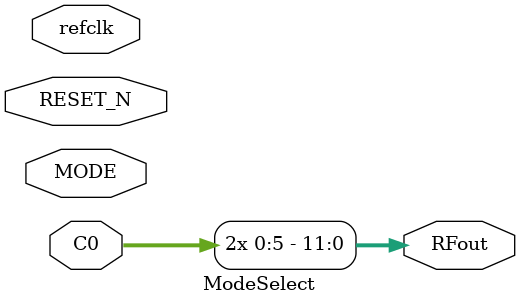
<source format=v>
module ModeSelect(
refclk,
RESET_N,
MODE,
C0,
RFout
);

input refclk;
input MODE;
input RESET_N;
input [0:5]C0;
output [1:12]RFout;

wire [1:12]RFout;

wire [0:5]Clk6;

assign Clk6=refclk & refclk & refclk & refclk & refclk & refclk;

assign RFout[1:6] =  C0[0:5];
assign RFout[7:12] =  C0[0:5];

endmodule
</source>
